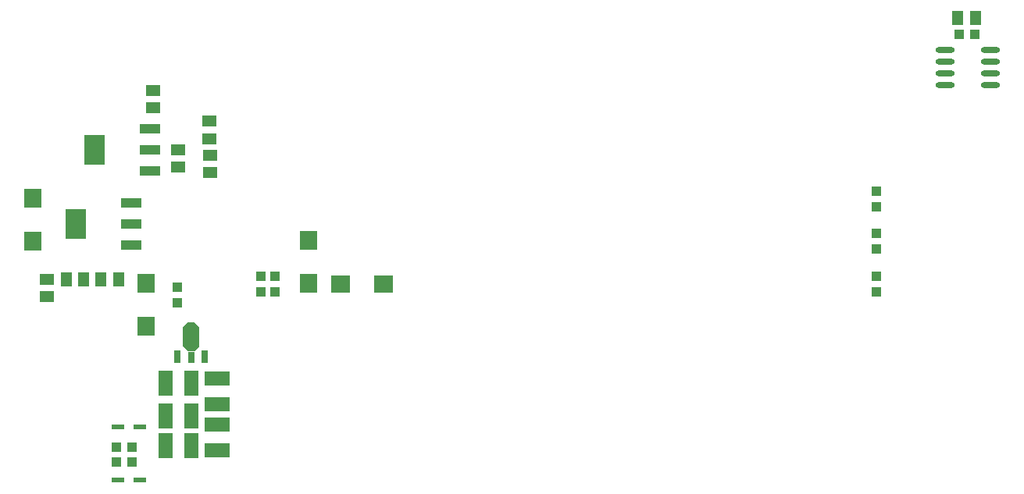
<source format=gbp>
%FSDAX24Y24*%
%MOIN*%
%SFA1B1*%

%IPPOS*%
%ADD12R,0.106300X0.063000*%
%ADD13R,0.043300X0.039400*%
%ADD14R,0.039400X0.043300*%
%ADD15R,0.051200X0.059100*%
%ADD16R,0.059100X0.051200*%
%ADD17R,0.082700X0.072800*%
%ADD18R,0.057100X0.021700*%
%ADD19R,0.072800X0.082700*%
%ADD53R,0.063000X0.106300*%
%ADD54R,0.027600X0.055100*%
%ADD55R,0.027600X0.051200*%
%ADD56O,0.080700X0.023600*%
%ADD57R,0.086600X0.129900*%
%ADD58R,0.086600X0.039400*%
%LNde-180417-1*%
%LPD*%
G36*
X027404Y026659D02*
Y025833D01*
X027188Y025616*
X026912*
X026696Y025833*
Y026659*
X026912Y026876*
X027188*
X027404Y026659*
G37*
G54D12*
X028150Y023349D03*
Y024451D03*
Y022501D03*
Y021399D03*
G54D13*
X023865Y020910D03*
X024535D03*
X060485Y039150D03*
X059815D03*
X023865Y021536D03*
X024535D03*
G54D14*
X030640Y028835D03*
Y028165D03*
X030030D03*
Y028835D03*
X026450Y028365D03*
Y027695D03*
X056300Y031800D03*
Y032470D03*
Y029983D03*
Y030652D03*
Y028165D03*
Y028835D03*
G54D15*
X060524Y039850D03*
X059776D03*
X021716Y028680D03*
X022464D03*
X023206D03*
X023954D03*
G54D16*
X020900Y027946D03*
Y028694D03*
X027840Y034706D03*
Y035454D03*
X027850Y033994D03*
Y033246D03*
X026510Y033496D03*
Y034244D03*
X025440Y036016D03*
Y036764D03*
G54D17*
X035256Y028500D03*
X033444D03*
G54D18*
X024859Y020140D03*
X023934D03*
Y022380D03*
X024859D03*
G54D19*
X020300Y030344D03*
Y032156D03*
X032050Y030356D03*
Y028544D03*
X025120Y026704D03*
Y028516D03*
G54D53*
X027051Y022850D03*
X025949D03*
X027051Y024250D03*
X025949D03*
X027061Y021600D03*
X025959D03*
G54D54*
X027641Y025380D03*
X026459D03*
G54D55*
X027050Y025360D03*
G54D56*
X059245Y037000D03*
Y037500D03*
Y038000D03*
Y038500D03*
X061155Y037000D03*
Y037500D03*
Y038000D03*
Y038500D03*
G54D57*
X022119Y031070D03*
X022919Y034220D03*
G54D58*
X024481Y030164D03*
Y031070D03*
Y031976D03*
X025281Y033314D03*
Y034220D03*
Y035126D03*
M02*
</source>
